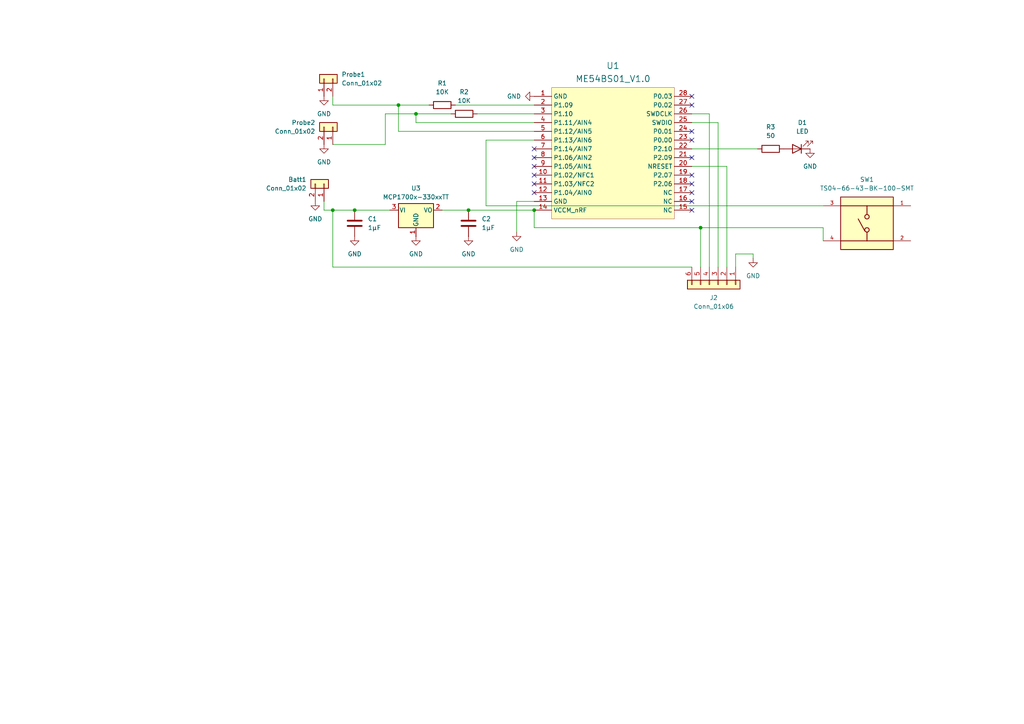
<source format=kicad_sch>
(kicad_sch (version 20250114) (generator "eeschema") (generator_version "9.0")
  (paper "A4")
  (lib_symbols
    (symbol "Connector_Generic:Conn_01x02" (pin_names (offset 1.016) (hide yes))
      (property "Reference" "J" (at 0 2.54 0))
      (property "Value" "Conn_01x02" (at 0 -5.08 0))
      (symbol "Conn_01x02_1_1"
        (rectangle (start -1.27 1.27) (end 1.27 -3.81) (stroke (width 0.254)) (fill (type background)))
        (rectangle (start -1.27 0.127) (end 0 -0.127) (stroke (width 0.1524)))
        (rectangle (start -1.27 -2.413) (end 0 -2.667) (stroke (width 0.1524)))
        (pin passive line (at -5.08 0 0) (length 3.81) (name "Pin_1") (number "1"))
        (pin passive line (at -5.08 -2.54 0) (length 3.81) (name "Pin_2") (number "2"))
      )
    )
    (symbol "Connector_Generic:Conn_01x06" (pin_names (offset 1.016) (hide yes))
      (property "Reference" "J" (at 0 7.62 0))
      (property "Value" "Conn_01x06" (at 0 -10.16 0))
      (symbol "Conn_01x06_1_1"
        (rectangle (start -1.27 6.35) (end 1.27 -8.89) (stroke (width 0.254)) (fill (type background)))
        (rectangle (start -1.27 5.207) (end 0 4.953) (stroke (width 0.1524)))
        (rectangle (start -1.27 2.667) (end 0 2.413) (stroke (width 0.1524)))
        (rectangle (start -1.27 0.127) (end 0 -0.127) (stroke (width 0.1524)))
        (rectangle (start -1.27 -2.413) (end 0 -2.667) (stroke (width 0.1524)))
        (rectangle (start -1.27 -4.953) (end 0 -5.207) (stroke (width 0.1524)))
        (rectangle (start -1.27 -7.493) (end 0 -7.747) (stroke (width 0.1524)))
        (pin passive line (at -5.08 5.08 0) (length 3.81) (name "Pin_1") (number "1"))
        (pin passive line (at -5.08 2.54 0) (length 3.81) (name "Pin_2") (number "2"))
        (pin passive line (at -5.08 0 0) (length 3.81) (name "Pin_3") (number "3"))
        (pin passive line (at -5.08 -2.54 0) (length 3.81) (name "Pin_4") (number "4"))
        (pin passive line (at -5.08 -5.08 0) (length 3.81) (name "Pin_5") (number "5"))
        (pin passive line (at -5.08 -7.62 0) (length 3.81) (name "Pin_6") (number "6"))
      )
    )
    (symbol "Device:C" (pin_numbers (hide yes)) (pin_names (offset 0.254))
      (property "Reference" "C" (at 0.635 2.54 0))
      (property "Value" "C" (at 0.635 -2.54 0))
      (symbol "C_0_1"
        (polyline (pts (xy -2.032 0.762) (xy 2.032 0.762)) (stroke (width 0.508)))
        (polyline (pts (xy -2.032 -0.762) (xy 2.032 -0.762)) (stroke (width 0.508)))
      )
      (symbol "C_1_1"
        (pin passive line (at 0 3.81 270) (length 2.794) (name "~") (number "1"))
        (pin passive line (at 0 -3.81 90) (length 2.794) (name "~") (number "2"))
      )
    )
    (symbol "Device:LED" (pin_numbers (hide yes)) (pin_names (offset 1.016) (hide yes))
      (property "Reference" "D" (at 0 2.54 0))
      (property "Value" "LED" (at 0 -2.54 0))
      (symbol "LED_0_1"
        (polyline (pts (xy -3.048 -0.762) (xy -4.572 -2.286) (xy -3.81 -2.286) (xy -4.572 -2.286) (xy -4.572 -1.524)))
        (polyline (pts (xy -1.778 -0.762) (xy -3.302 -2.286) (xy -2.54 -2.286) (xy -3.302 -2.286) (xy -3.302 -1.524)))
        (polyline (pts (xy -1.27 0) (xy 1.27 0)))
        (polyline (pts (xy -1.27 -1.27) (xy -1.27 1.27)) (stroke (width 0.254)))
        (polyline (pts (xy 1.27 -1.27) (xy 1.27 1.27) (xy -1.27 0) (xy 1.27 -1.27)) (stroke (width 0.254)))
      )
      (symbol "LED_1_1"
        (pin passive line (at -3.81 0 0) (length 2.54) (name "K") (number "1"))
        (pin passive line (at 3.81 0 180) (length 2.54) (name "A") (number "2"))
      )
    )
    (symbol "Device:R" (pin_numbers (hide yes)) (pin_names (offset 0))
      (property "Reference" "R" (at 2.032 0 90))
      (property "Value" "R" (at 0 0 90))
      (symbol "R_0_1"
        (rectangle (start -1.016 -2.54) (end 1.016 2.54) (stroke (width 0.254)))
      )
      (symbol "R_1_1"
        (pin passive line (at 0 3.81 270) (length 1.27) (name "~") (number "1"))
        (pin passive line (at 0 -3.81 90) (length 1.27) (name "~") (number "2"))
      )
    )
    (symbol "GND_1" (power) (pin_numbers (hide yes)) (pin_names (offset 0) (hide yes))
      (property "Value" "GND" (at 0 -3.81 0))
      (symbol "GND_1_0_1"
        (polyline (pts (xy 0 0) (xy 0 -1.27) (xy 1.27 -1.27) (xy 0 -2.54) (xy -1.27 -1.27) (xy 0 -1.27)))
      )
      (symbol "GND_1_1_1"
        (pin power_in line (at 0 0 270) (length 0) (name "~") (number "1"))
      )
    )
    (symbol "GND_2" (power) (pin_numbers (hide yes)) (pin_names (offset 0) (hide yes))
      (property "Value" "GND" (at 0 -3.81 0))
      (symbol "GND_2_0_1"
        (polyline (pts (xy 0 0) (xy 0 -1.27) (xy 1.27 -1.27) (xy 0 -2.54) (xy -1.27 -1.27) (xy 0 -1.27)))
      )
      (symbol "GND_2_1_1"
        (pin power_in line (at 0 0 270) (length 0) (name "~") (number "1"))
      )
    )
    (symbol "GND_3" (power) (pin_numbers (hide yes)) (pin_names (offset 0) (hide yes))
      (property "Value" "GND" (at 0 -3.81 0))
      (symbol "GND_3_0_1"
        (polyline (pts (xy 0 0) (xy 0 -1.27) (xy 1.27 -1.27) (xy 0 -2.54) (xy -1.27 -1.27) (xy 0 -1.27)))
      )
      (symbol "GND_3_1_1"
        (pin power_in line (at 0 0 270) (length 0) (name "~") (number "1"))
      )
    )
    (symbol "GND_4" (power) (pin_numbers (hide yes)) (pin_names (offset 0) (hide yes))
      (property "Value" "GND" (at 0 -3.81 0))
      (symbol "GND_4_0_1"
        (polyline (pts (xy 0 0) (xy 0 -1.27) (xy 1.27 -1.27) (xy 0 -2.54) (xy -1.27 -1.27) (xy 0 -1.27)))
      )
      (symbol "GND_4_1_1"
        (pin power_in line (at 0 0 270) (length 0) (name "~") (number "1"))
      )
    )
    (symbol "GND_5" (power) (pin_numbers (hide yes)) (pin_names (offset 0) (hide yes))
      (property "Value" "GND" (at 0 -3.81 0))
      (symbol "GND_5_0_1"
        (polyline (pts (xy 0 0) (xy 0 -1.27) (xy 1.27 -1.27) (xy 0 -2.54) (xy -1.27 -1.27) (xy 0 -1.27)))
      )
      (symbol "GND_5_1_1"
        (pin power_in line (at 0 0 270) (length 0) (name "~") (number "1"))
      )
    )
    (symbol "ME54BS01-1Y15TI:ME54BS01_V1.0"
      (property "Reference" "U" (at -1.27 1.27 0))
      (property "Value" "ME54BS01_V1.0" (at -1.27 -3.81 0))
      (symbol "ME54BS01_V1.0_1_0"
        (rectangle (start 35.56 38.1) (end 0 0) (stroke (width 0.0254) (color 128 0 0 1)) (fill (type background)))
        (pin passive line (at -5.08 35.56 0) (length 5.08) (name "GND") (number "1"))
        (pin passive line (at -5.08 33.02 0) (length 5.08) (name "P1.09") (number "2"))
        (pin passive line (at -5.08 30.48 0) (length 5.08) (name "P1.10") (number "3"))
        (pin passive line (at -5.08 27.94 0) (length 5.08) (name "P1.11/AIN4") (number "4"))
        (pin passive line (at -5.08 25.4 0) (length 5.08) (name "P1.12/AIN5") (number "5"))
        (pin passive line (at -5.08 22.86 0) (length 5.08) (name "P1.13/AIN6") (number "6"))
        (pin passive line (at -5.08 20.32 0) (length 5.08) (name "P1.14/AIN7") (number "7"))
        (pin passive line (at -5.08 17.78 0) (length 5.08) (name "P1.06/AIN2") (number "8"))
        (pin passive line (at -5.08 15.24 0) (length 5.08) (name "P1.05/AIN1") (number "9"))
        (pin passive line (at -5.08 12.7 0) (length 5.08) (name "P1.02/NFC1") (number "10"))
        (pin passive line (at -5.08 10.16 0) (length 5.08) (name "P1.03/NFC2") (number "11"))
        (pin passive line (at -5.08 7.62 0) (length 5.08) (name "P1.04/AIN0") (number "12"))
        (pin passive line (at -5.08 5.08 0) (length 5.08) (name "GND") (number "13"))
        (pin passive line (at -5.08 2.54 0) (length 5.08) (name "VCCM_nRF") (number "14"))
        (pin passive line (at 40.64 35.56 180) (length 5.08) (name "P0.03") (number "28"))
        (pin passive line (at 40.64 33.02 180) (length 5.08) (name "P0.02") (number "27"))
        (pin passive line (at 40.64 30.48 180) (length 5.08) (name "SWDCLK") (number "26"))
        (pin passive line (at 40.64 27.94 180) (length 5.08) (name "SWDIO") (number "25"))
        (pin passive line (at 40.64 25.4 180) (length 5.08) (name "P0.01") (number "24"))
        (pin passive line (at 40.64 22.86 180) (length 5.08) (name "P0.00") (number "23"))
        (pin passive line (at 40.64 20.32 180) (length 5.08) (name "P2.10") (number "22"))
        (pin passive line (at 40.64 17.78 180) (length 5.08) (name "P2.09") (number "21"))
        (pin passive line (at 40.64 15.24 180) (length 5.08) (name "NRESET") (number "20"))
        (pin passive line (at 40.64 12.7 180) (length 5.08) (name "P2.07") (number "19"))
        (pin passive line (at 40.64 10.16 180) (length 5.08) (name "P2.06") (number "18"))
        (pin passive line (at 40.64 7.62 180) (length 5.08) (name "NC") (number "17"))
        (pin passive line (at 40.64 5.08 180) (length 5.08) (name "NC") (number "16"))
        (pin passive line (at 40.64 2.54 180) (length 5.08) (name "NC") (number "15"))
      )
    )
    (symbol "Regulator_Linear:MCP1700x-330xxTT" (pin_names (offset 0.254))
      (property "Reference" "U" (at -3.81 3.175 0))
      (property "Value" "MCP1700x-330xxTT" (at 0 3.175 0))
      (symbol "MCP1700x-330xxTT_0_1"
        (rectangle (start -5.08 1.905) (end 5.08 -5.08) (stroke (width 0.254)) (fill (type background)))
      )
      (symbol "MCP1700x-330xxTT_1_1"
        (pin power_in line (at -7.62 0 0) (length 2.54) (name "VI") (number "3"))
        (pin power_in line (at 0 -7.62 90) (length 2.54) (name "GND") (number "1"))
        (pin power_out line (at 7.62 0 180) (length 2.54) (name "VO") (number "2"))
      )
    )
    (symbol "TS04-66-43-BK-100-SMT:TS04-66-43-BK-100-SMT" (pin_names (offset 1.016))
      (property "Reference" "S" (at -7.62 8.382 0))
      (property "Value" "TS04-66-43-BK-100-SMT" (at -7.62 -8.382 0))
      (symbol "TS04-66-43-BK-100-SMT_0_0"
        (rectangle (start -7.62 -7.62) (end 7.62 7.62) (stroke (width 0.254)) (fill (type background)))
        (polyline (pts (xy 0 5.08) (xy -7.62 5.08)) (stroke (width 0.254)))
        (polyline (pts (xy 0 5.08) (xy 0 2.54)) (stroke (width 0.254)))
        (polyline (pts (xy 0 5.08) (xy 7.62 5.08)) (stroke (width 0.254)))
        (circle (center 0 1.905) (radius 0.635) (stroke (width 0.254)))
        (circle (center 0 -1.905) (radius 0.635) (stroke (width 0.254)))
        (polyline (pts (xy 0 -2.54) (xy 0 -5.08)) (stroke (width 0.254)))
        (polyline (pts (xy 0 -5.08) (xy -7.62 -5.08)) (stroke (width 0.254)))
        (polyline (pts (xy 0 -5.08) (xy 7.62 -5.08)) (stroke (width 0.254)))
        (polyline (pts (xy 0.635 -2.2225) (xy 2.54 1.27)) (stroke (width 0.254)))
        (pin passive line (at -12.7 5.08 0) (length 5.08) (name "~") (number "1"))
        (pin passive line (at -12.7 -5.08 0) (length 5.08) (name "~") (number "2"))
        (pin passive line (at 12.7 5.08 180) (length 5.08) (name "~") (number "3"))
        (pin passive line (at 12.7 -5.08 180) (length 5.08) (name "~") (number "4"))
      )
    )
    (symbol "power:GND" (power) (pin_names (offset 0))
      (property "Value" "GND" (at 0 -3.81 0))
      (symbol "GND_0_1"
        (polyline (pts (xy 0 0) (xy 0 -1.27) (xy 1.27 -1.27) (xy 0 -2.54) (xy -1.27 -1.27) (xy 0 -1.27)))
      )
      (symbol "GND_1_1"
        (pin power_in line (at 0 0 270) (length 0) (hide yes) (name "GND") (number "1"))
      )
    )
  )
  (junction (at 154.94 60.96))
  (junction (at 203.2 66.04))
  (junction (at 115.57 30.48))
  (junction (at 102.87 60.96))
  (junction (at 96.52 60.96))
  (junction (at 135.89 60.96))
  (junction (at 120.65 33.02))
  (no_connect (at 200.66 45.72))
  (no_connect (at 200.66 53.34))
  (no_connect (at 154.94 45.72))
  (no_connect (at 200.66 38.1))
  (no_connect (at 200.66 27.94))
  (no_connect (at 154.94 48.26))
  (no_connect (at 200.66 30.48))
  (no_connect (at 154.94 53.34))
  (no_connect (at 200.66 60.96))
  (no_connect (at 200.66 50.8))
  (no_connect (at 154.94 43.18))
  (no_connect (at 154.94 55.88))
  (no_connect (at 154.94 50.8))
  (no_connect (at 200.66 40.64))
  (no_connect (at 200.66 58.42))
  (no_connect (at 200.66 55.88))
  (wire (pts (xy 93.98 60.96) (xy 96.52 60.96)))
  (wire (pts (xy 208.28 35.56) (xy 208.28 77.47)))
  (wire (pts (xy 120.65 33.02) (xy 111.76 33.02)))
  (wire (pts (xy 213.36 73.66) (xy 218.44 73.66)))
  (wire (pts (xy 115.57 38.1) (xy 154.94 38.1)))
  (wire (pts (xy 111.76 33.02) (xy 111.76 41.91)))
  (wire (pts (xy 115.57 30.48) (xy 115.57 38.1)))
  (wire (pts (xy 200.66 77.47) (xy 96.52 77.47)))
  (wire (pts (xy 205.74 77.47) (xy 205.74 33.02)))
  (wire (pts (xy 205.74 33.02) (xy 200.66 33.02)))
  (wire (pts (xy 93.98 58.42) (xy 93.98 60.96)))
  (wire (pts (xy 154.94 35.56) (xy 120.65 35.56)))
  (wire (pts (xy 132.08 30.48) (xy 154.94 30.48)))
  (wire (pts (xy 200.66 48.26) (xy 210.82 48.26)))
  (wire (pts (xy 130.81 33.02) (xy 120.65 33.02)))
  (wire (pts (xy 213.36 77.47) (xy 213.36 73.66)))
  (wire (pts (xy 200.66 43.18) (xy 219.71 43.18)))
  (wire (pts (xy 140.97 40.64) (xy 154.94 40.64)))
  (wire (pts (xy 200.66 35.56) (xy 208.28 35.56)))
  (wire (pts (xy 238.76 66.04) (xy 238.76 69.85)))
  (wire (pts (xy 128.27 60.96) (xy 135.89 60.96)))
  (wire (pts (xy 154.94 60.96) (xy 154.94 66.04)))
  (wire (pts (xy 111.76 41.91) (xy 96.52 41.91)))
  (wire (pts (xy 210.82 48.26) (xy 210.82 77.47)))
  (wire (pts (xy 140.97 59.69) (xy 238.76 59.69)))
  (wire (pts (xy 154.94 66.04) (xy 203.2 66.04)))
  (wire (pts (xy 120.65 33.02) (xy 120.65 35.56)))
  (wire (pts (xy 149.86 58.42) (xy 149.86 67.31)))
  (wire (pts (xy 124.46 30.48) (xy 115.57 30.48)))
  (wire (pts (xy 138.43 33.02) (xy 154.94 33.02)))
  (wire (pts (xy 113.03 60.96) (xy 102.87 60.96)))
  (wire (pts (xy 96.52 27.94) (xy 96.52 30.48)))
  (wire (pts (xy 203.2 66.04) (xy 238.76 66.04)))
  (wire (pts (xy 96.52 60.96) (xy 102.87 60.96)))
  (wire (pts (xy 203.2 66.04) (xy 203.2 77.47)))
  (wire (pts (xy 218.44 73.66) (xy 218.44 74.93)))
  (wire (pts (xy 96.52 30.48) (xy 115.57 30.48)))
  (wire (pts (xy 96.52 77.47) (xy 96.52 60.96)))
  (wire (pts (xy 154.94 58.42) (xy 149.86 58.42)))
  (wire (pts (xy 135.89 60.96) (xy 154.94 60.96)))
  (wire (pts (xy 140.97 59.69) (xy 140.97 40.64)))
  (symbol (lib_id "Regulator_Linear:MCP1700x-330xxTT") (at 120.65 60.96 0) (unit 1)
    (property "Reference" "U3" (at 120.65 54.61 0))
    (property "Value" "MCP1700x-330xxTT" (at 120.65 57.15 0))
    (property "Footprint" "Package_TO_SOT_SMD:SOT-23" (effects (hide yes)))
    (property "Datasheet" "http://ww1.microchip.com/downloads/en/DeviceDoc/20001826D.pdf" (effects (hide yes)))
    (property "Description" "250mA Low Quiscent Current LDO, 3.3V output, SOT-23" (effects (hide yes)))
  )
  (symbol (lib_name "GND_5") (lib_id "power:GND") (at 154.94 27.94 270) (unit 1)
    (property "Reference" "#PWR010" (effects (hide yes)))
    (property "Value" "GND" (at 151.13 27.9399 90) (effects (justify right)))
    (property "Description" "Power symbol creates a global label with name \"GND\" , ground" (effects (hide yes)))
  )
  (symbol (lib_id "Device:C") (at 102.87 64.77 0) (unit 1)
    (property "Reference" "C1" (at 106.68 63.4999 0) (effects (justify left)))
    (property "Value" "1µF" (at 106.68 66.0399 0) (effects (justify left)))
    (property "Footprint" "Capacitor_SMD:C_0805_2012Metric" (effects (hide yes)))
    (property "Description" "Unpolarized capacitor" (effects (hide yes)))
  )
  (symbol (lib_id "Connector_Generic:Conn_01x02") (at 93.98 22.86 90) (unit 1)
    (property "Reference" "Probe1" (at 99.06 21.5899 90) (effects (justify right)))
    (property "Value" "Conn_01x02" (at 99.06 24.1299 90) (effects (justify right)))
    (property "Footprint" "S2B-PH-SM4-TB:JST_S2B-PH-SM4-TB" (effects (hide yes)))
    (property "Description" "Generic connector, single row, 01x02, script generated (kicad-library-utils/schlib/autogen/connector/)" (effects (hide yes)))
  )
  (symbol (lib_id "Device:C") (at 135.89 64.77 0) (unit 1)
    (property "Reference" "C2" (at 139.7 63.4999 0) (effects (justify left)))
    (property "Value" "1µF" (at 139.7 66.0399 0) (effects (justify left)))
    (property "Footprint" "Capacitor_SMD:C_0805_2012Metric" (effects (hide yes)))
    (property "Description" "Unpolarized capacitor" (effects (hide yes)))
  )
  (symbol (lib_name "GND_3") (lib_id "power:GND") (at 102.87 68.58 0) (unit 1)
    (property "Reference" "#PWR08" (effects (hide yes)))
    (property "Value" "GND" (at 102.87 73.66 0))
    (property "Description" "Power symbol creates a global label with name \"GND\" , ground" (effects (hide yes)))
  )
  (symbol (lib_id "power:GND") (at 91.44 58.42 0) (unit 1)
    (property "Reference" "#PWR07" (effects (hide yes)))
    (property "Value" "GND" (at 91.44 63.5 0))
  )
  (symbol (lib_id "power:GND") (at 93.98 27.94 0) (unit 1)
    (property "Reference" "#PWR02" (effects (hide yes)))
    (property "Value" "GND" (at 93.98 33.02 0))
  )
  (symbol (lib_id "Connector_Generic:Conn_01x02") (at 96.52 36.83 270) (mirror x) (unit 1)
    (property "Reference" "Probe2" (at 91.44 35.5599 90) (effects (justify right)))
    (property "Value" "Conn_01x02" (at 91.44 38.0999 90) (effects (justify right)))
    (property "Footprint" "S2B-PH-SM4-TB:JST_S2B-PH-SM4-TB" (effects (hide yes)))
    (property "Description" "Generic connector, single row, 01x02, script generated (kicad-library-utils/schlib/autogen/connector/)" (effects (hide yes)))
  )
  (symbol (lib_name "GND_2") (lib_id "power:GND") (at 218.44 74.93 0) (unit 1)
    (property "Reference" "#PWR03" (effects (hide yes)))
    (property "Value" "GND" (at 218.44 80.01 0))
    (property "Description" "Power symbol creates a global label with name \"GND\" , ground" (effects (hide yes)))
  )
  (symbol (lib_id "Connector_Generic:Conn_01x02") (at 93.98 53.34 270) (mirror x) (unit 1)
    (property "Reference" "Batt1" (at 88.9 52.0699 90) (effects (justify right)))
    (property "Value" "Conn_01x02" (at 88.9 54.6099 90) (effects (justify right)))
    (property "Footprint" "Battery:BatteryHolder_Keystone_3034_1x20mm" (effects (hide yes)))
    (property "Description" "Generic connector, single row, 01x02, script generated (kicad-library-utils/schlib/autogen/connector/)" (effects (hide yes)))
  )
  (symbol (lib_id "Device:R") (at 134.62 33.02 270) (unit 1)
    (property "Reference" "R2" (at 134.62 26.67 90))
    (property "Value" "10K" (at 134.62 29.21 90))
    (property "Footprint" "Resistor_SMD:R_0805_2012Metric_Pad1.20x1.40mm_HandSolder" (effects (hide yes)))
  )
  (symbol (lib_name "GND_1") (lib_id "power:GND") (at 234.95 43.18 0) (unit 1)
    (property "Reference" "#PWR01" (effects (hide yes)))
    (property "Value" "GND" (at 234.95 48.26 0))
    (property "Description" "Power symbol creates a global label with name \"GND\" , ground" (effects (hide yes)))
  )
  (symbol (lib_id "Device:LED") (at 231.14 43.18 180) (unit 1)
    (property "Reference" "D1" (at 232.7275 35.56 0))
    (property "Value" "LED" (at 232.7275 38.1 0))
    (property "Footprint" "LED_SMD:LED_0805_2012Metric" (effects (hide yes)))
    (property "Description" "Light emitting diode" (effects (hide yes)))
    (property "Sim.Pins" "1=K 2=A" (effects (hide yes)))
  )
  (symbol (lib_id "ME54BS01-1Y15TI:ME54BS01_V1.0") (at 160.02 63.5 0) (unit 1)
    (property "Reference" "U1" (at 177.8 19.05 0) (effects (font (size 1.8288 1.8288))))
    (property "Value" "ME54BS01_V1.0" (at 177.8 22.86 0) (effects (font (size 1.8288 1.8288))))
    (property "Footprint" "ME54BS01-1Y15TI:ME54BS01_V1.0" (effects (hide yes)))
    (property "Description" "ME54BS01_GBR_V1.0，ME54BS01_V1.0，23.2*17.4*0.6mm，109.0*137.9*0.6mm，5*5 有工艺边，FR-4 双面板，1OZ，沉金，过孔塞孔工艺，黑油白字，全测" (effects (hide yes)))
  )
  (symbol (lib_name "GND_3") (lib_id "power:GND") (at 135.89 68.58 0) (unit 1)
    (property "Reference" "#PWR09" (effects (hide yes)))
    (property "Value" "GND" (at 135.89 73.66 0))
    (property "Description" "Power symbol creates a global label with name \"GND\" , ground" (effects (hide yes)))
  )
  (symbol (lib_id "TS04-66-43-BK-100-SMT:TS04-66-43-BK-100-SMT") (at 251.46 64.77 0) (mirror y) (unit 1)
    (property "Reference" "SW1" (at 251.46 52.07 0))
    (property "Value" "TS04-66-43-BK-100-SMT" (at 251.46 54.61 0))
    (property "Footprint" "TS04-66-43-BK-100-SMT:SW_TS04-66-43-BK-100-SMT" (effects (hide yes)))
    (property "DigiKey_Part_Number" "2223-TS04-66-43-BK-100-SMT-ND" (effects (hide yes)))
    (property "SnapEDA_Link" "https://www.snapeda.com/parts/TS04-66-43-BK-100-SMT/Same+Sky/view-part/?ref=snap" (effects (hide yes)))
    (property "Description_1" "6 x 6 mm, 4.3 mm Actuator Height, 100 gf, Black, Surface Mount, SPST, Tactile Switch" (effects (hide yes)))
    (property "Package" "None" (effects (hide yes)))
    (property "Check_prices" "https://www.snapeda.com/parts/TS04-66-43-BK-100-SMT/Same+Sky/view-part/?ref=eda" (effects (hide yes)))
    (property "STANDARD" "Manufacturer Recommendations" (effects (hide yes)))
    (property "PARTREV" "1.0" (effects (hide yes)))
    (property "MF" "Same Sky" (effects (hide yes)))
    (property "MP" "TS04-66-43-BK-100-SMT" (effects (hide yes)))
    (property "MANUFACTURER" "CUI Devices" (effects (hide yes)))
  )
  (symbol (lib_id "power:GND") (at 93.98 41.91 0) (unit 1)
    (property "Reference" "#PWR04" (effects (hide yes)))
    (property "Value" "GND" (at 93.98 46.99 0))
  )
  (symbol (lib_name "GND_3") (lib_id "power:GND") (at 120.65 68.58 0) (unit 1)
    (property "Reference" "#PWR05" (effects (hide yes)))
    (property "Value" "GND" (at 120.65 73.66 0))
    (property "Description" "Power symbol creates a global label with name \"GND\" , ground" (effects (hide yes)))
  )
  (symbol (lib_id "Connector_Generic:Conn_01x06") (at 208.28 82.55 270) (unit 1)
    (property "Reference" "J2" (at 207.01 86.36 90))
    (property "Value" "Conn_01x06" (at 207.01 88.9 90))
    (property "Footprint" "Connector_PinHeader_2.54mm:PinHeader_1x06_P2.54mm_Vertical" (effects (hide yes)))
    (property "Description" "Generic connector, single row, 01x06, script generated (kicad-library-utils/schlib/autogen/connector/)" (effects (hide yes)))
  )
  (symbol (lib_id "Device:R") (at 128.27 30.48 270) (unit 1)
    (property "Reference" "R1" (at 128.27 24.13 90))
    (property "Value" "10K" (at 128.27 26.67 90))
    (property "Footprint" "Resistor_SMD:R_0805_2012Metric_Pad1.20x1.40mm_HandSolder" (effects (hide yes)))
  )
  (symbol (lib_name "GND_4") (lib_id "power:GND") (at 149.86 67.31 0) (unit 1)
    (property "Reference" "#PWR06" (effects (hide yes)))
    (property "Value" "GND" (at 149.86 72.39 0))
    (property "Description" "Power symbol creates a global label with name \"GND\" , ground" (effects (hide yes)))
  )
  (symbol (lib_id "Device:R") (at 223.52 43.18 90) (unit 1)
    (property "Reference" "R3" (at 223.52 36.83 90))
    (property "Value" "50" (at 223.52 39.37 90))
    (property "Footprint" "Resistor_SMD:R_0805_2012Metric" (effects (hide yes)))
    (property "Description" "Resistor" (effects (hide yes)))
  )
)
</source>
